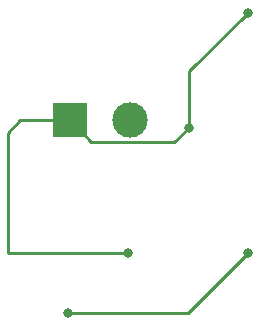
<source format=gbr>
%TF.GenerationSoftware,KiCad,Pcbnew,(6.0.10)*%
%TF.CreationDate,2023-02-17T09:19:46-08:00*%
%TF.ProjectId,exerciseII,65786572-6369-4736-9549-492e6b696361,rev?*%
%TF.SameCoordinates,Original*%
%TF.FileFunction,Copper,L2,Bot*%
%TF.FilePolarity,Positive*%
%FSLAX46Y46*%
G04 Gerber Fmt 4.6, Leading zero omitted, Abs format (unit mm)*
G04 Created by KiCad (PCBNEW (6.0.10)) date 2023-02-17 09:19:46*
%MOMM*%
%LPD*%
G01*
G04 APERTURE LIST*
%TA.AperFunction,ComponentPad*%
%ADD10R,3.000000X3.000000*%
%TD*%
%TA.AperFunction,ComponentPad*%
%ADD11C,3.000000*%
%TD*%
%TA.AperFunction,ViaPad*%
%ADD12C,0.800000*%
%TD*%
%TA.AperFunction,Conductor*%
%ADD13C,0.250000*%
%TD*%
G04 APERTURE END LIST*
D10*
%TO.P,J1,1,Pin_1*%
%TO.N,+9V*%
X25590000Y-24380000D03*
D11*
%TO.P,J1,2,Pin_2*%
%TO.N,GND*%
X30670000Y-24380000D03*
%TD*%
D12*
%TO.N,+9V*%
X30480000Y-35560000D03*
X40640000Y-15240000D03*
X35655000Y-24985000D03*
%TO.N,/Pin_3*%
X25400000Y-40640000D03*
X40640000Y-35560000D03*
%TD*%
D13*
%TO.N,+9V*%
X21340000Y-24380000D02*
X20320000Y-25400000D01*
X20320000Y-25400000D02*
X20320000Y-35560000D01*
X27415000Y-26205000D02*
X25590000Y-24380000D01*
X35655000Y-20225000D02*
X40640000Y-15240000D01*
X30480000Y-35560000D02*
X20320000Y-35560000D01*
X35655000Y-24985000D02*
X34435000Y-26205000D01*
X35655000Y-24985000D02*
X35655000Y-20225000D01*
X25590000Y-24380000D02*
X21340000Y-24380000D01*
X34435000Y-26205000D02*
X27415000Y-26205000D01*
%TO.N,/Pin_3*%
X25400000Y-40640000D02*
X35560000Y-40640000D01*
X35560000Y-40640000D02*
X40640000Y-35560000D01*
%TD*%
M02*

</source>
